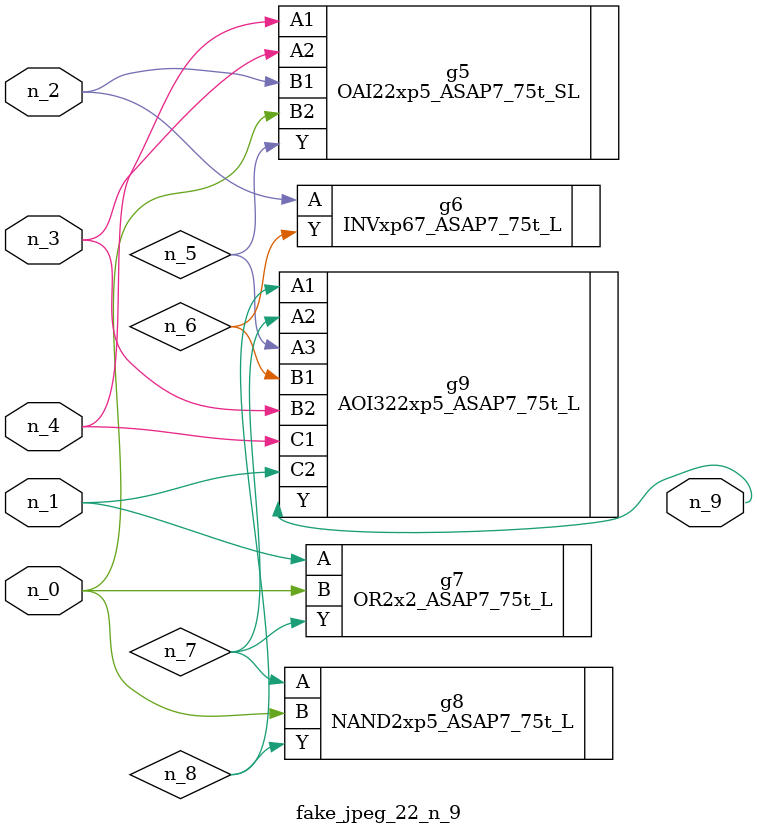
<source format=v>
module fake_jpeg_22_n_9 (n_3, n_2, n_1, n_0, n_4, n_9);

input n_3;
input n_2;
input n_1;
input n_0;
input n_4;

output n_9;

wire n_8;
wire n_6;
wire n_5;
wire n_7;

OAI22xp5_ASAP7_75t_SL g5 ( 
.A1(n_4),
.A2(n_3),
.B1(n_2),
.B2(n_0),
.Y(n_5)
);

INVxp67_ASAP7_75t_L g6 ( 
.A(n_2),
.Y(n_6)
);

OR2x2_ASAP7_75t_L g7 ( 
.A(n_1),
.B(n_0),
.Y(n_7)
);

NAND2xp5_ASAP7_75t_L g8 ( 
.A(n_7),
.B(n_0),
.Y(n_8)
);

AOI322xp5_ASAP7_75t_L g9 ( 
.A1(n_8),
.A2(n_7),
.A3(n_5),
.B1(n_6),
.B2(n_3),
.C1(n_4),
.C2(n_1),
.Y(n_9)
);


endmodule
</source>
